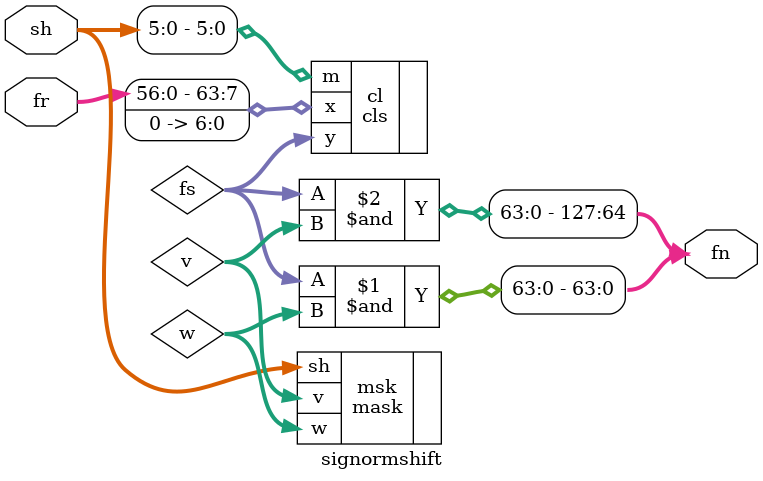
<source format=sv>
`include "./../unpacker/cls.sv"

module signormshift(
    input [56:0] fr,
    input [12:0] sh,

    output [127:0] fn
);


wire [63:0] v, w, fs;

parameter n = 64;

cls #(n) cl(
    .m(sh[5:0]),
    .x({fr[56:0], 7'b0}),
    .y(fs)
);

mask msk(
    .sh(sh),
    .v(v),
    .w(w)
);

assign fn[63:0] = fs & w;
assign fn[127:64] = fs & v;

endmodule

</source>
